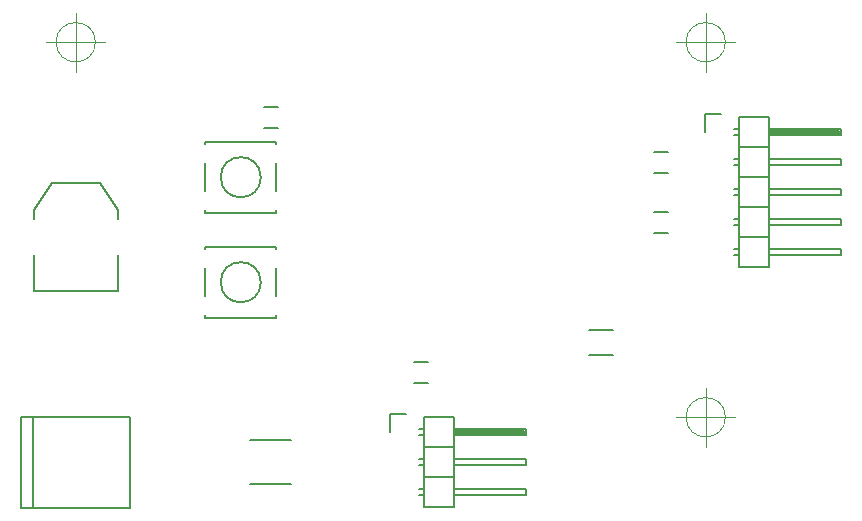
<source format=gbr>
G04 #@! TF.GenerationSoftware,KiCad,Pcbnew,5.0.2+dfsg1-1*
G04 #@! TF.CreationDate,2020-06-16T14:18:13-07:00*
G04 #@! TF.ProjectId,2016.04.26_LightAlarmV2,32303136-2e30-4342-9e32-365f4c696768,rev?*
G04 #@! TF.SameCoordinates,Original*
G04 #@! TF.FileFunction,Legend,Top*
G04 #@! TF.FilePolarity,Positive*
%FSLAX46Y46*%
G04 Gerber Fmt 4.6, Leading zero omitted, Abs format (unit mm)*
G04 Created by KiCad (PCBNEW 5.0.2+dfsg1-1) date Tue 16 Jun 2020 02:18:13 PM PDT*
%MOMM*%
%LPD*%
G01*
G04 APERTURE LIST*
%ADD10C,0.010000*%
%ADD11C,0.150000*%
G04 APERTURE END LIST*
D10*
X93106666Y-67310000D02*
G75*
G03X93106666Y-67310000I-1666666J0D01*
G01*
X88940000Y-67310000D02*
X93940000Y-67310000D01*
X91440000Y-64810000D02*
X91440000Y-69810000D01*
X93106666Y-35560000D02*
G75*
G03X93106666Y-35560000I-1666666J0D01*
G01*
X88940000Y-35560000D02*
X93940000Y-35560000D01*
X91440000Y-33060000D02*
X91440000Y-38060000D01*
X39766666Y-35560000D02*
G75*
G03X39766666Y-35560000I-1666666J0D01*
G01*
X35600000Y-35560000D02*
X40600000Y-35560000D01*
X38100000Y-33060000D02*
X38100000Y-38060000D01*
D11*
G04 #@! TO.C,U1*
X34544000Y-53594000D02*
X34544000Y-56642000D01*
X34544000Y-56642000D02*
X41656000Y-56642000D01*
X41656000Y-56642000D02*
X41656000Y-53594000D01*
X34544000Y-50546000D02*
X34544000Y-49784000D01*
X34544000Y-49784000D02*
X36068000Y-47498000D01*
X36068000Y-47498000D02*
X40132000Y-47498000D01*
X40132000Y-47498000D02*
X41656000Y-49784000D01*
X41656000Y-49784000D02*
X41656000Y-50546000D01*
G04 #@! TO.C,P3*
X34500820Y-67269360D02*
X34500820Y-74970640D01*
X33500060Y-67269360D02*
X33500060Y-74970640D01*
X33500060Y-74970640D02*
X42699940Y-74970640D01*
X42699940Y-74970640D02*
X42699940Y-67269360D01*
X42699940Y-67269360D02*
X33500060Y-67269360D01*
G04 #@! TO.C,C1*
X66710000Y-62625000D02*
X67910000Y-62625000D01*
X67910000Y-64375000D02*
X66710000Y-64375000D01*
G04 #@! TO.C,F1*
X52882800Y-72999600D02*
X56337200Y-72999600D01*
X52882800Y-69240400D02*
X56337200Y-69240400D01*
G04 #@! TO.C,P1*
X64740000Y-67030000D02*
X64740000Y-68580000D01*
X66040000Y-67030000D02*
X64740000Y-67030000D01*
X70231000Y-68453000D02*
X76073000Y-68453000D01*
X76073000Y-68453000D02*
X76073000Y-68707000D01*
X76073000Y-68707000D02*
X70231000Y-68707000D01*
X70231000Y-68707000D02*
X70231000Y-68580000D01*
X70231000Y-68580000D02*
X76073000Y-68580000D01*
X67564000Y-68326000D02*
X67183000Y-68326000D01*
X67564000Y-68834000D02*
X67183000Y-68834000D01*
X67564000Y-70866000D02*
X67183000Y-70866000D01*
X67564000Y-71374000D02*
X67183000Y-71374000D01*
X67564000Y-73406000D02*
X67183000Y-73406000D01*
X67564000Y-73914000D02*
X67183000Y-73914000D01*
X70104000Y-69850000D02*
X70104000Y-67310000D01*
X76200000Y-68834000D02*
X70104000Y-68834000D01*
X76200000Y-68326000D02*
X76200000Y-68834000D01*
X70104000Y-68326000D02*
X76200000Y-68326000D01*
X67564000Y-69850000D02*
X70104000Y-69850000D01*
X67564000Y-67310000D02*
X67564000Y-69850000D01*
X67564000Y-67310000D02*
X70104000Y-67310000D01*
X67564000Y-72390000D02*
X70104000Y-72390000D01*
X67564000Y-72390000D02*
X67564000Y-74930000D01*
X70104000Y-73406000D02*
X76200000Y-73406000D01*
X76200000Y-73406000D02*
X76200000Y-73914000D01*
X76200000Y-73914000D02*
X70104000Y-73914000D01*
X70104000Y-74930000D02*
X70104000Y-72390000D01*
X70104000Y-72390000D02*
X70104000Y-69850000D01*
X76200000Y-71374000D02*
X70104000Y-71374000D01*
X76200000Y-70866000D02*
X76200000Y-71374000D01*
X70104000Y-70866000D02*
X76200000Y-70866000D01*
X67564000Y-72390000D02*
X70104000Y-72390000D01*
X67564000Y-69850000D02*
X67564000Y-72390000D01*
X67564000Y-69850000D02*
X70104000Y-69850000D01*
X67564000Y-74930000D02*
X70104000Y-74930000D01*
G04 #@! TO.C,P2*
X91410000Y-41630000D02*
X91410000Y-43180000D01*
X92710000Y-41630000D02*
X91410000Y-41630000D01*
X96901000Y-43053000D02*
X102743000Y-43053000D01*
X102743000Y-43053000D02*
X102743000Y-43307000D01*
X102743000Y-43307000D02*
X96901000Y-43307000D01*
X96901000Y-43307000D02*
X96901000Y-43180000D01*
X96901000Y-43180000D02*
X102743000Y-43180000D01*
X94234000Y-42926000D02*
X93853000Y-42926000D01*
X94234000Y-43434000D02*
X93853000Y-43434000D01*
X94234000Y-45466000D02*
X93853000Y-45466000D01*
X94234000Y-45974000D02*
X93853000Y-45974000D01*
X94234000Y-48006000D02*
X93853000Y-48006000D01*
X94234000Y-48514000D02*
X93853000Y-48514000D01*
X94234000Y-50546000D02*
X93853000Y-50546000D01*
X94234000Y-51054000D02*
X93853000Y-51054000D01*
X94234000Y-53594000D02*
X93853000Y-53594000D01*
X94234000Y-53086000D02*
X93853000Y-53086000D01*
X96774000Y-44450000D02*
X96774000Y-41910000D01*
X102870000Y-43434000D02*
X96774000Y-43434000D01*
X102870000Y-42926000D02*
X102870000Y-43434000D01*
X96774000Y-42926000D02*
X102870000Y-42926000D01*
X94234000Y-44450000D02*
X96774000Y-44450000D01*
X94234000Y-41910000D02*
X94234000Y-44450000D01*
X94234000Y-41910000D02*
X96774000Y-41910000D01*
X94234000Y-46990000D02*
X96774000Y-46990000D01*
X94234000Y-46990000D02*
X94234000Y-49530000D01*
X94234000Y-49530000D02*
X96774000Y-49530000D01*
X96774000Y-48006000D02*
X102870000Y-48006000D01*
X102870000Y-48006000D02*
X102870000Y-48514000D01*
X102870000Y-48514000D02*
X96774000Y-48514000D01*
X96774000Y-49530000D02*
X96774000Y-46990000D01*
X96774000Y-46990000D02*
X96774000Y-44450000D01*
X102870000Y-45974000D02*
X96774000Y-45974000D01*
X102870000Y-45466000D02*
X102870000Y-45974000D01*
X96774000Y-45466000D02*
X102870000Y-45466000D01*
X94234000Y-46990000D02*
X96774000Y-46990000D01*
X94234000Y-44450000D02*
X94234000Y-46990000D01*
X94234000Y-44450000D02*
X96774000Y-44450000D01*
X94234000Y-52070000D02*
X96774000Y-52070000D01*
X94234000Y-52070000D02*
X94234000Y-54610000D01*
X94234000Y-54610000D02*
X96774000Y-54610000D01*
X96774000Y-53086000D02*
X102870000Y-53086000D01*
X102870000Y-53086000D02*
X102870000Y-53594000D01*
X102870000Y-53594000D02*
X96774000Y-53594000D01*
X96774000Y-54610000D02*
X96774000Y-52070000D01*
X96774000Y-52070000D02*
X96774000Y-49530000D01*
X102870000Y-51054000D02*
X96774000Y-51054000D01*
X102870000Y-50546000D02*
X102870000Y-51054000D01*
X96774000Y-50546000D02*
X102870000Y-50546000D01*
X94234000Y-52070000D02*
X96774000Y-52070000D01*
X94234000Y-49530000D02*
X94234000Y-52070000D01*
X94234000Y-49530000D02*
X96774000Y-49530000D01*
G04 #@! TO.C,R1*
X55210000Y-42785000D02*
X54010000Y-42785000D01*
X54010000Y-41035000D02*
X55210000Y-41035000D01*
G04 #@! TO.C,R3*
X87030000Y-44845000D02*
X88230000Y-44845000D01*
X88230000Y-46595000D02*
X87030000Y-46595000D01*
G04 #@! TO.C,R4*
X87030000Y-49925000D02*
X88230000Y-49925000D01*
X88230000Y-51675000D02*
X87030000Y-51675000D01*
G04 #@! TO.C,SW1*
X49070000Y-49990000D02*
X49070000Y-49790000D01*
X49070000Y-43990000D02*
X49070000Y-44190000D01*
X55070000Y-43990000D02*
X55070000Y-44190000D01*
X55070000Y-49990000D02*
X55070000Y-49790000D01*
X55070000Y-48190000D02*
X55070000Y-45790000D01*
X49070000Y-48190000D02*
X49070000Y-45790000D01*
X49070000Y-49990000D02*
X55070000Y-49990000D01*
X55070000Y-43990000D02*
X49070000Y-43990000D01*
X53770000Y-46990000D02*
G75*
G03X53770000Y-46990000I-1700000J0D01*
G01*
G04 #@! TO.C,SW2*
X49070000Y-58880000D02*
X49070000Y-58680000D01*
X49070000Y-52880000D02*
X49070000Y-53080000D01*
X55070000Y-52880000D02*
X55070000Y-53080000D01*
X55070000Y-58880000D02*
X55070000Y-58680000D01*
X55070000Y-57080000D02*
X55070000Y-54680000D01*
X49070000Y-57080000D02*
X49070000Y-54680000D01*
X49070000Y-58880000D02*
X55070000Y-58880000D01*
X55070000Y-52880000D02*
X49070000Y-52880000D01*
X53770000Y-55880000D02*
G75*
G03X53770000Y-55880000I-1700000J0D01*
G01*
G04 #@! TO.C,R6*
X81550000Y-59885000D02*
X83550000Y-59885000D01*
X83550000Y-62035000D02*
X81550000Y-62035000D01*
G04 #@! TD*
M02*

</source>
